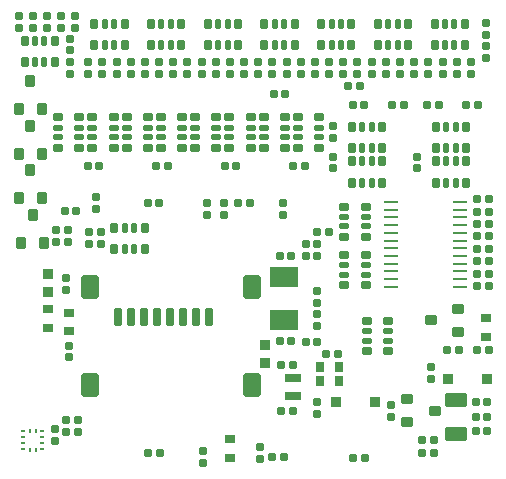
<source format=gbp>
G04*
G04 #@! TF.GenerationSoftware,Altium Limited,Altium Designer,22.8.2 (66)*
G04*
G04 Layer_Color=128*
%FSLAX25Y25*%
%MOIN*%
G70*
G04*
G04 #@! TF.SameCoordinates,C15F438A-7333-46A9-8A61-A614EFA01F39*
G04*
G04*
G04 #@! TF.FilePolarity,Positive*
G04*
G01*
G75*
G04:AMPARAMS|DCode=25|XSize=27.56mil|YSize=23.62mil|CornerRadius=2.36mil|HoleSize=0mil|Usage=FLASHONLY|Rotation=0.000|XOffset=0mil|YOffset=0mil|HoleType=Round|Shape=RoundedRectangle|*
%AMROUNDEDRECTD25*
21,1,0.02756,0.01890,0,0,0.0*
21,1,0.02284,0.02362,0,0,0.0*
1,1,0.00472,0.01142,-0.00945*
1,1,0.00472,-0.01142,-0.00945*
1,1,0.00472,-0.01142,0.00945*
1,1,0.00472,0.01142,0.00945*
%
%ADD25ROUNDEDRECTD25*%
G04:AMPARAMS|DCode=29|XSize=25.59mil|YSize=31.5mil|CornerRadius=2.56mil|HoleSize=0mil|Usage=FLASHONLY|Rotation=270.000|XOffset=0mil|YOffset=0mil|HoleType=Round|Shape=RoundedRectangle|*
%AMROUNDEDRECTD29*
21,1,0.02559,0.02638,0,0,270.0*
21,1,0.02047,0.03150,0,0,270.0*
1,1,0.00512,-0.01319,-0.01024*
1,1,0.00512,-0.01319,0.01024*
1,1,0.00512,0.01319,0.01024*
1,1,0.00512,0.01319,-0.01024*
%
%ADD29ROUNDEDRECTD29*%
G04:AMPARAMS|DCode=30|XSize=17.72mil|YSize=31.5mil|CornerRadius=1.77mil|HoleSize=0mil|Usage=FLASHONLY|Rotation=270.000|XOffset=0mil|YOffset=0mil|HoleType=Round|Shape=RoundedRectangle|*
%AMROUNDEDRECTD30*
21,1,0.01772,0.02795,0,0,270.0*
21,1,0.01417,0.03150,0,0,270.0*
1,1,0.00354,-0.01398,-0.00709*
1,1,0.00354,-0.01398,0.00709*
1,1,0.00354,0.01398,0.00709*
1,1,0.00354,0.01398,-0.00709*
%
%ADD30ROUNDEDRECTD30*%
G04:AMPARAMS|DCode=40|XSize=27.56mil|YSize=23.62mil|CornerRadius=2.36mil|HoleSize=0mil|Usage=FLASHONLY|Rotation=270.000|XOffset=0mil|YOffset=0mil|HoleType=Round|Shape=RoundedRectangle|*
%AMROUNDEDRECTD40*
21,1,0.02756,0.01890,0,0,270.0*
21,1,0.02284,0.02362,0,0,270.0*
1,1,0.00472,-0.00945,-0.01142*
1,1,0.00472,-0.00945,0.01142*
1,1,0.00472,0.00945,0.01142*
1,1,0.00472,0.00945,-0.01142*
%
%ADD40ROUNDEDRECTD40*%
G04:AMPARAMS|DCode=86|XSize=59.06mil|YSize=25.59mil|CornerRadius=2.56mil|HoleSize=0mil|Usage=FLASHONLY|Rotation=270.000|XOffset=0mil|YOffset=0mil|HoleType=Round|Shape=RoundedRectangle|*
%AMROUNDEDRECTD86*
21,1,0.05906,0.02047,0,0,270.0*
21,1,0.05394,0.02559,0,0,270.0*
1,1,0.00512,-0.01024,-0.02697*
1,1,0.00512,-0.01024,0.02697*
1,1,0.00512,0.01024,0.02697*
1,1,0.00512,0.01024,-0.02697*
%
%ADD86ROUNDEDRECTD86*%
G04:AMPARAMS|DCode=87|XSize=78.74mil|YSize=57.09mil|CornerRadius=5.71mil|HoleSize=0mil|Usage=FLASHONLY|Rotation=270.000|XOffset=0mil|YOffset=0mil|HoleType=Round|Shape=RoundedRectangle|*
%AMROUNDEDRECTD87*
21,1,0.07874,0.04567,0,0,270.0*
21,1,0.06732,0.05709,0,0,270.0*
1,1,0.01142,-0.02284,-0.03366*
1,1,0.01142,-0.02284,0.03366*
1,1,0.01142,0.02284,0.03366*
1,1,0.01142,0.02284,-0.03366*
%
%ADD87ROUNDEDRECTD87*%
G04:AMPARAMS|DCode=88|XSize=35.83mil|YSize=33.47mil|CornerRadius=3.35mil|HoleSize=0mil|Usage=FLASHONLY|Rotation=180.000|XOffset=0mil|YOffset=0mil|HoleType=Round|Shape=RoundedRectangle|*
%AMROUNDEDRECTD88*
21,1,0.03583,0.02677,0,0,180.0*
21,1,0.02913,0.03347,0,0,180.0*
1,1,0.00669,-0.01457,0.01339*
1,1,0.00669,0.01457,0.01339*
1,1,0.00669,0.01457,-0.01339*
1,1,0.00669,-0.01457,-0.01339*
%
%ADD88ROUNDEDRECTD88*%
%ADD90R,0.09449X0.06693*%
G04:AMPARAMS|DCode=91|XSize=25.59mil|YSize=31.5mil|CornerRadius=2.56mil|HoleSize=0mil|Usage=FLASHONLY|Rotation=180.000|XOffset=0mil|YOffset=0mil|HoleType=Round|Shape=RoundedRectangle|*
%AMROUNDEDRECTD91*
21,1,0.02559,0.02638,0,0,180.0*
21,1,0.02047,0.03150,0,0,180.0*
1,1,0.00512,-0.01024,0.01319*
1,1,0.00512,0.01024,0.01319*
1,1,0.00512,0.01024,-0.01319*
1,1,0.00512,-0.01024,-0.01319*
%
%ADD91ROUNDEDRECTD91*%
G04:AMPARAMS|DCode=92|XSize=17.72mil|YSize=31.5mil|CornerRadius=1.77mil|HoleSize=0mil|Usage=FLASHONLY|Rotation=180.000|XOffset=0mil|YOffset=0mil|HoleType=Round|Shape=RoundedRectangle|*
%AMROUNDEDRECTD92*
21,1,0.01772,0.02795,0,0,180.0*
21,1,0.01417,0.03150,0,0,180.0*
1,1,0.00354,-0.00709,0.01398*
1,1,0.00354,0.00709,0.01398*
1,1,0.00354,0.00709,-0.01398*
1,1,0.00354,-0.00709,-0.01398*
%
%ADD92ROUNDEDRECTD92*%
G04:AMPARAMS|DCode=93|XSize=35.43mil|YSize=37.4mil|CornerRadius=3.54mil|HoleSize=0mil|Usage=FLASHONLY|Rotation=90.000|XOffset=0mil|YOffset=0mil|HoleType=Round|Shape=RoundedRectangle|*
%AMROUNDEDRECTD93*
21,1,0.03543,0.03032,0,0,90.0*
21,1,0.02835,0.03740,0,0,90.0*
1,1,0.00709,0.01516,0.01417*
1,1,0.00709,0.01516,-0.01417*
1,1,0.00709,-0.01516,-0.01417*
1,1,0.00709,-0.01516,0.01417*
%
%ADD93ROUNDEDRECTD93*%
G04:AMPARAMS|DCode=94|XSize=35.43mil|YSize=37.4mil|CornerRadius=3.54mil|HoleSize=0mil|Usage=FLASHONLY|Rotation=90.000|XOffset=0mil|YOffset=0mil|HoleType=Round|Shape=RoundedRectangle|*
%AMROUNDEDRECTD94*
21,1,0.03543,0.03032,0,0,90.0*
21,1,0.02835,0.03740,0,0,90.0*
1,1,0.00709,0.01516,0.01417*
1,1,0.00709,0.01516,-0.01417*
1,1,0.00709,-0.01516,-0.01417*
1,1,0.00709,-0.01516,0.01417*
%
%ADD94ROUNDEDRECTD94*%
G04:AMPARAMS|DCode=95|XSize=27.56mil|YSize=36.22mil|CornerRadius=2.76mil|HoleSize=0mil|Usage=FLASHONLY|Rotation=270.000|XOffset=0mil|YOffset=0mil|HoleType=Round|Shape=RoundedRectangle|*
%AMROUNDEDRECTD95*
21,1,0.02756,0.03071,0,0,270.0*
21,1,0.02205,0.03622,0,0,270.0*
1,1,0.00551,-0.01535,-0.01102*
1,1,0.00551,-0.01535,0.01102*
1,1,0.00551,0.01535,0.01102*
1,1,0.00551,0.01535,-0.01102*
%
%ADD95ROUNDEDRECTD95*%
G04:AMPARAMS|DCode=96|XSize=27.56mil|YSize=55.12mil|CornerRadius=2.76mil|HoleSize=0mil|Usage=FLASHONLY|Rotation=90.000|XOffset=0mil|YOffset=0mil|HoleType=Round|Shape=RoundedRectangle|*
%AMROUNDEDRECTD96*
21,1,0.02756,0.04961,0,0,90.0*
21,1,0.02205,0.05512,0,0,90.0*
1,1,0.00551,0.02480,0.01102*
1,1,0.00551,0.02480,-0.01102*
1,1,0.00551,-0.02480,-0.01102*
1,1,0.00551,-0.02480,0.01102*
%
%ADD96ROUNDEDRECTD96*%
G04:AMPARAMS|DCode=97|XSize=27.56mil|YSize=36.22mil|CornerRadius=2.76mil|HoleSize=0mil|Usage=FLASHONLY|Rotation=180.000|XOffset=0mil|YOffset=0mil|HoleType=Round|Shape=RoundedRectangle|*
%AMROUNDEDRECTD97*
21,1,0.02756,0.03071,0,0,180.0*
21,1,0.02205,0.03622,0,0,180.0*
1,1,0.00551,-0.01102,0.01535*
1,1,0.00551,0.01102,0.01535*
1,1,0.00551,0.01102,-0.01535*
1,1,0.00551,-0.01102,-0.01535*
%
%ADD97ROUNDEDRECTD97*%
G04:AMPARAMS|DCode=98|XSize=70.87mil|YSize=45.28mil|CornerRadius=4.53mil|HoleSize=0mil|Usage=FLASHONLY|Rotation=180.000|XOffset=0mil|YOffset=0mil|HoleType=Round|Shape=RoundedRectangle|*
%AMROUNDEDRECTD98*
21,1,0.07087,0.03622,0,0,180.0*
21,1,0.06181,0.04528,0,0,180.0*
1,1,0.00906,-0.03091,0.01811*
1,1,0.00906,0.03091,0.01811*
1,1,0.00906,0.03091,-0.01811*
1,1,0.00906,-0.03091,-0.01811*
%
%ADD98ROUNDEDRECTD98*%
G04:AMPARAMS|DCode=99|XSize=33.47mil|YSize=33.47mil|CornerRadius=3.35mil|HoleSize=0mil|Usage=FLASHONLY|Rotation=90.000|XOffset=0mil|YOffset=0mil|HoleType=Round|Shape=RoundedRectangle|*
%AMROUNDEDRECTD99*
21,1,0.03347,0.02677,0,0,90.0*
21,1,0.02677,0.03347,0,0,90.0*
1,1,0.00669,0.01339,0.01339*
1,1,0.00669,0.01339,-0.01339*
1,1,0.00669,-0.01339,-0.01339*
1,1,0.00669,-0.01339,0.01339*
%
%ADD99ROUNDEDRECTD99*%
%ADD100O,0.04961X0.00984*%
G04:AMPARAMS|DCode=101|XSize=35.43mil|YSize=37.4mil|CornerRadius=3.54mil|HoleSize=0mil|Usage=FLASHONLY|Rotation=180.000|XOffset=0mil|YOffset=0mil|HoleType=Round|Shape=RoundedRectangle|*
%AMROUNDEDRECTD101*
21,1,0.03543,0.03032,0,0,180.0*
21,1,0.02835,0.03740,0,0,180.0*
1,1,0.00709,-0.01417,0.01516*
1,1,0.00709,0.01417,0.01516*
1,1,0.00709,0.01417,-0.01516*
1,1,0.00709,-0.01417,-0.01516*
%
%ADD101ROUNDEDRECTD101*%
G04:AMPARAMS|DCode=102|XSize=35.43mil|YSize=37.4mil|CornerRadius=3.54mil|HoleSize=0mil|Usage=FLASHONLY|Rotation=180.000|XOffset=0mil|YOffset=0mil|HoleType=Round|Shape=RoundedRectangle|*
%AMROUNDEDRECTD102*
21,1,0.03543,0.03032,0,0,180.0*
21,1,0.02835,0.03740,0,0,180.0*
1,1,0.00709,-0.01417,0.01516*
1,1,0.00709,0.01417,0.01516*
1,1,0.00709,0.01417,-0.01516*
1,1,0.00709,-0.01417,-0.01516*
%
%ADD102ROUNDEDRECTD102*%
%ADD103R,0.01378X0.00984*%
%ADD104R,0.00984X0.01378*%
D25*
X143307Y35827D02*
D03*
Y31890D02*
D03*
X31890Y92520D02*
D03*
Y88583D02*
D03*
X94193Y86516D02*
D03*
Y90453D02*
D03*
X105512Y20079D02*
D03*
Y24016D02*
D03*
X74508Y86516D02*
D03*
Y90453D02*
D03*
X86319Y5217D02*
D03*
Y9154D02*
D03*
X33464Y80709D02*
D03*
Y76772D02*
D03*
X29528Y80709D02*
D03*
Y76772D02*
D03*
X129921Y19291D02*
D03*
Y23228D02*
D03*
X21850Y65354D02*
D03*
Y61417D02*
D03*
X22834Y42913D02*
D03*
Y38976D02*
D03*
X68602Y86516D02*
D03*
Y90453D02*
D03*
X67323Y7874D02*
D03*
Y3937D02*
D03*
X105511Y49606D02*
D03*
Y53543D02*
D03*
Y61024D02*
D03*
Y57087D02*
D03*
X118897Y137402D02*
D03*
Y133465D02*
D03*
X114173Y137402D02*
D03*
Y133465D02*
D03*
X109449Y137402D02*
D03*
Y133465D02*
D03*
X104724Y137402D02*
D03*
Y133465D02*
D03*
X20079Y148819D02*
D03*
Y152756D02*
D03*
X15354D02*
D03*
Y148819D02*
D03*
X10630D02*
D03*
Y152756D02*
D03*
X5906Y148819D02*
D03*
Y152756D02*
D03*
X138779Y101969D02*
D03*
Y105905D02*
D03*
X110827Y101969D02*
D03*
Y105905D02*
D03*
X142520Y137402D02*
D03*
Y133465D02*
D03*
X147244Y137402D02*
D03*
Y133465D02*
D03*
X151969Y137402D02*
D03*
Y133465D02*
D03*
X156693Y137402D02*
D03*
Y133465D02*
D03*
X123622Y137402D02*
D03*
Y133465D02*
D03*
X128346Y137402D02*
D03*
Y133465D02*
D03*
X133071Y137402D02*
D03*
Y133465D02*
D03*
X137795Y137402D02*
D03*
Y133465D02*
D03*
X85827Y137402D02*
D03*
Y133465D02*
D03*
X90551Y137402D02*
D03*
Y133465D02*
D03*
X95276Y137402D02*
D03*
Y133465D02*
D03*
X100000Y137402D02*
D03*
Y133465D02*
D03*
X66929D02*
D03*
Y137402D02*
D03*
X71653D02*
D03*
Y133465D02*
D03*
X76378Y137402D02*
D03*
Y133465D02*
D03*
X81102Y137402D02*
D03*
Y133465D02*
D03*
X48031Y137402D02*
D03*
Y133465D02*
D03*
X52756Y137402D02*
D03*
Y133465D02*
D03*
X57480Y137402D02*
D03*
Y133465D02*
D03*
X62204Y137402D02*
D03*
Y133465D02*
D03*
X33858Y137402D02*
D03*
Y133465D02*
D03*
X38582Y137402D02*
D03*
Y133465D02*
D03*
X43307Y137402D02*
D03*
Y133465D02*
D03*
X161811Y138779D02*
D03*
Y142717D02*
D03*
X24803Y152756D02*
D03*
Y148819D02*
D03*
X110827Y112205D02*
D03*
Y116142D02*
D03*
X23228Y133465D02*
D03*
Y137402D02*
D03*
X161811Y146457D02*
D03*
Y150394D02*
D03*
X23228Y145276D02*
D03*
Y141339D02*
D03*
X18110Y14961D02*
D03*
Y11024D02*
D03*
X29133Y137402D02*
D03*
Y133465D02*
D03*
D29*
X129134Y51083D02*
D03*
X122047D02*
D03*
X122047Y41043D02*
D03*
X129134D02*
D03*
X114567Y79232D02*
D03*
X121653D02*
D03*
Y89272D02*
D03*
X114567D02*
D03*
Y63091D02*
D03*
X121653D02*
D03*
Y73130D02*
D03*
X114567D02*
D03*
X19094Y118996D02*
D03*
X26181Y118996D02*
D03*
Y108957D02*
D03*
X19094D02*
D03*
X37598D02*
D03*
X30512Y108957D02*
D03*
Y118996D02*
D03*
X37598D02*
D03*
X87598Y118996D02*
D03*
X94685D02*
D03*
Y108957D02*
D03*
X87598D02*
D03*
X106102Y108957D02*
D03*
X99015D02*
D03*
Y118996D02*
D03*
X106102Y118996D02*
D03*
X64763Y118996D02*
D03*
X71850D02*
D03*
X71850Y108957D02*
D03*
X64763Y108957D02*
D03*
X83268Y108957D02*
D03*
X76181D02*
D03*
Y118996D02*
D03*
X83268Y118996D02*
D03*
X41929Y118996D02*
D03*
X49015D02*
D03*
X49016Y108957D02*
D03*
X41929Y108957D02*
D03*
X60433Y108957D02*
D03*
X53346D02*
D03*
Y118996D02*
D03*
X60433Y118996D02*
D03*
D30*
X129134Y47638D02*
D03*
X129134Y44488D02*
D03*
X122047Y44488D02*
D03*
Y47638D02*
D03*
X114567Y82677D02*
D03*
Y85827D02*
D03*
X121653D02*
D03*
Y82677D02*
D03*
X114567Y66536D02*
D03*
Y69685D02*
D03*
X121653D02*
D03*
Y66536D02*
D03*
X26181Y112402D02*
D03*
Y115551D02*
D03*
X19094D02*
D03*
Y112402D02*
D03*
X30512Y115551D02*
D03*
Y112402D02*
D03*
X37598D02*
D03*
Y115551D02*
D03*
X94685Y112402D02*
D03*
Y115551D02*
D03*
X87598D02*
D03*
Y112402D02*
D03*
X99015Y115551D02*
D03*
Y112402D02*
D03*
X106102D02*
D03*
Y115551D02*
D03*
X71850Y112402D02*
D03*
Y115551D02*
D03*
X64763D02*
D03*
Y112402D02*
D03*
X76181Y115551D02*
D03*
Y112402D02*
D03*
X83268Y112402D02*
D03*
X83268Y115551D02*
D03*
X49015Y112402D02*
D03*
Y115551D02*
D03*
X41929D02*
D03*
Y112402D02*
D03*
X53346Y115551D02*
D03*
Y112402D02*
D03*
X60433Y112402D02*
D03*
X60433Y115551D02*
D03*
D40*
X21260Y87795D02*
D03*
X25197D02*
D03*
X158268Y14567D02*
D03*
X162205D02*
D03*
X90551Y5906D02*
D03*
X94488D02*
D03*
X21850Y18110D02*
D03*
X25787D02*
D03*
X49213Y7087D02*
D03*
X53150D02*
D03*
X144488Y6988D02*
D03*
X140551D02*
D03*
X144488Y11417D02*
D03*
X140551D02*
D03*
X101575Y72835D02*
D03*
X105511D02*
D03*
X92913D02*
D03*
X96850D02*
D03*
X92913Y44488D02*
D03*
X96850D02*
D03*
X158268Y24016D02*
D03*
X162205D02*
D03*
X121457Y5315D02*
D03*
X117520D02*
D03*
X158268Y19291D02*
D03*
X162205D02*
D03*
X109449Y80709D02*
D03*
X105512D02*
D03*
X18504Y81496D02*
D03*
X22441D02*
D03*
X18504Y77559D02*
D03*
X22441D02*
D03*
X25787Y14173D02*
D03*
X21850D02*
D03*
X52854Y90453D02*
D03*
X48917D02*
D03*
X101575Y44094D02*
D03*
X105512D02*
D03*
X101575Y76772D02*
D03*
X105512D02*
D03*
X93307Y21260D02*
D03*
X97244D02*
D03*
X93307Y36614D02*
D03*
X97244D02*
D03*
X79232Y90453D02*
D03*
X83169D02*
D03*
X108563Y40059D02*
D03*
X112500D02*
D03*
X32874Y102756D02*
D03*
X28937D02*
D03*
X101378D02*
D03*
X97441D02*
D03*
X78543D02*
D03*
X74606D02*
D03*
X55709D02*
D03*
X51772D02*
D03*
X94882Y126772D02*
D03*
X90945D02*
D03*
X142059Y123228D02*
D03*
X145996D02*
D03*
X159122Y123228D02*
D03*
X155185D02*
D03*
X117256Y123228D02*
D03*
X121193D02*
D03*
X134319Y123228D02*
D03*
X130382D02*
D03*
X162598Y41339D02*
D03*
X158661D02*
D03*
X148819D02*
D03*
X152756D02*
D03*
X119685Y129528D02*
D03*
X115748D02*
D03*
X158661Y91732D02*
D03*
X162598D02*
D03*
X158661Y79331D02*
D03*
X162598D02*
D03*
X158661Y75197D02*
D03*
X162598D02*
D03*
X158661Y66929D02*
D03*
X162598D02*
D03*
X158661Y71063D02*
D03*
X162598D02*
D03*
X158661Y62795D02*
D03*
X162598D02*
D03*
X158661Y83465D02*
D03*
X162598D02*
D03*
X158661Y87598D02*
D03*
X162598D02*
D03*
D86*
X69409Y52350D02*
D03*
X65079D02*
D03*
X60748D02*
D03*
X56417D02*
D03*
X52086D02*
D03*
X47756D02*
D03*
X43425D02*
D03*
X39094D02*
D03*
D87*
X29724Y62587D02*
D03*
Y29909D02*
D03*
X83858D02*
D03*
Y62587D02*
D03*
D88*
X111811Y24016D02*
D03*
X124803D02*
D03*
X162205Y31890D02*
D03*
X149213Y31890D02*
D03*
D90*
X94488Y65945D02*
D03*
X94488Y51378D02*
D03*
D91*
X37894Y75197D02*
D03*
Y82284D02*
D03*
X47933D02*
D03*
X47933Y75197D02*
D03*
X106791Y150197D02*
D03*
Y143110D02*
D03*
X116831D02*
D03*
Y150197D02*
D03*
X155020Y115748D02*
D03*
X155020Y108661D02*
D03*
X144980Y108661D02*
D03*
X144980Y115748D02*
D03*
X144980Y97244D02*
D03*
Y104331D02*
D03*
X155020D02*
D03*
X155020Y97244D02*
D03*
X127067Y115748D02*
D03*
X127067Y108661D02*
D03*
X117027Y108661D02*
D03*
Y115748D02*
D03*
X117027Y97244D02*
D03*
Y104331D02*
D03*
X127067D02*
D03*
Y97244D02*
D03*
X144586Y150197D02*
D03*
X144586Y143110D02*
D03*
X154626D02*
D03*
X154626Y150197D02*
D03*
X125689D02*
D03*
X125689Y143110D02*
D03*
X135728D02*
D03*
Y150197D02*
D03*
X87894D02*
D03*
Y143110D02*
D03*
X97933D02*
D03*
X97933Y150197D02*
D03*
X68996D02*
D03*
Y143110D02*
D03*
X79035Y143110D02*
D03*
X79035Y150197D02*
D03*
X50098D02*
D03*
Y143110D02*
D03*
X60138D02*
D03*
X60138Y150197D02*
D03*
X31201D02*
D03*
X31201Y143110D02*
D03*
X41240Y143110D02*
D03*
Y150197D02*
D03*
X18011Y144488D02*
D03*
X18011Y137402D02*
D03*
X7972D02*
D03*
Y144488D02*
D03*
D92*
X44488Y82284D02*
D03*
X41339D02*
D03*
Y75197D02*
D03*
X44488D02*
D03*
X110236Y150197D02*
D03*
X113386D02*
D03*
Y143110D02*
D03*
X110236D02*
D03*
X148425Y108661D02*
D03*
X151575D02*
D03*
Y115748D02*
D03*
X148425Y115748D02*
D03*
X151575Y104331D02*
D03*
X148425D02*
D03*
X148425Y97244D02*
D03*
X151575Y97244D02*
D03*
X120472Y108661D02*
D03*
X123622Y108661D02*
D03*
Y115748D02*
D03*
X120472D02*
D03*
X123622Y104331D02*
D03*
X120472D02*
D03*
Y97244D02*
D03*
X123622D02*
D03*
X148031Y150197D02*
D03*
X151181D02*
D03*
Y143110D02*
D03*
X148031D02*
D03*
X129134Y150197D02*
D03*
X132283D02*
D03*
Y143110D02*
D03*
X129134Y143110D02*
D03*
X91339Y150197D02*
D03*
X94488D02*
D03*
Y143110D02*
D03*
X91339D02*
D03*
X72441Y150197D02*
D03*
X75590D02*
D03*
Y143110D02*
D03*
X72441Y143110D02*
D03*
X53543Y150197D02*
D03*
X56693D02*
D03*
Y143110D02*
D03*
X53543D02*
D03*
X34646Y150197D02*
D03*
X37795D02*
D03*
Y143110D02*
D03*
X34646Y143110D02*
D03*
X11417Y137402D02*
D03*
X14567D02*
D03*
Y144488D02*
D03*
X11417D02*
D03*
D93*
X144764Y21260D02*
D03*
X135512Y17520D02*
D03*
X143306Y51317D02*
D03*
X152558Y55057D02*
D03*
D94*
X135512Y25000D02*
D03*
X152558Y47577D02*
D03*
D95*
X22835Y53937D02*
D03*
Y47638D02*
D03*
X76476Y5610D02*
D03*
Y11909D02*
D03*
X161811Y51968D02*
D03*
X161811Y45669D02*
D03*
X15748Y55118D02*
D03*
Y48819D02*
D03*
D96*
X97244Y32087D02*
D03*
Y26181D02*
D03*
D97*
X112598Y31102D02*
D03*
X106299Y31102D02*
D03*
X112598Y35728D02*
D03*
X106299D02*
D03*
D98*
X151575Y24803D02*
D03*
Y13386D02*
D03*
D99*
X15748Y60630D02*
D03*
Y66850D02*
D03*
X88189Y43268D02*
D03*
Y37047D02*
D03*
D100*
X129921Y62599D02*
D03*
Y65158D02*
D03*
Y67717D02*
D03*
Y70276D02*
D03*
Y72835D02*
D03*
Y75394D02*
D03*
Y77953D02*
D03*
Y80512D02*
D03*
Y83071D02*
D03*
Y85630D02*
D03*
Y88189D02*
D03*
Y90748D02*
D03*
X152913Y62599D02*
D03*
Y65158D02*
D03*
Y67717D02*
D03*
Y70276D02*
D03*
Y72835D02*
D03*
Y75394D02*
D03*
Y77953D02*
D03*
Y80512D02*
D03*
Y83071D02*
D03*
Y85630D02*
D03*
Y88189D02*
D03*
Y90748D02*
D03*
D101*
X9842Y131102D02*
D03*
X13582Y121850D02*
D03*
Y106955D02*
D03*
X9842Y116207D02*
D03*
Y101312D02*
D03*
X13582Y92060D02*
D03*
X10630Y86417D02*
D03*
X14370Y77165D02*
D03*
D102*
X6102Y121850D02*
D03*
Y106955D02*
D03*
Y92060D02*
D03*
X6889Y77165D02*
D03*
D103*
X7480Y10433D02*
D03*
Y12402D02*
D03*
Y8465D02*
D03*
Y14370D02*
D03*
X13779Y8465D02*
D03*
Y10433D02*
D03*
Y12402D02*
D03*
Y14370D02*
D03*
D104*
X9645Y8268D02*
D03*
X11614D02*
D03*
Y14567D02*
D03*
X9645D02*
D03*
M02*

</source>
